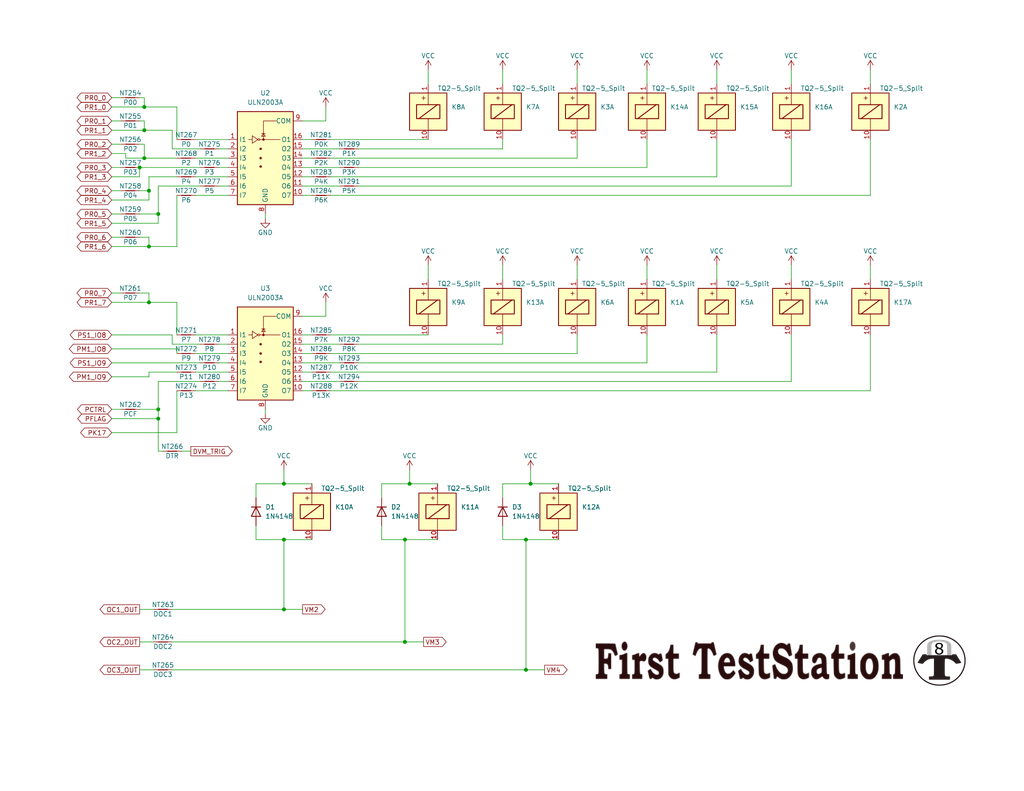
<source format=kicad_sch>
(kicad_sch (version 20230121) (generator eeschema)
  (paper "A")
  (title_block (title "FIRST TEST STATION SELFTEST BOARD 640-1010-020") (date "2023-10-01") (rev "2.0"))
  (lib_symbols
    (symbol "Library:1N4148" (pin_numbers hide) (pin_names hide)
      (property "Reference" "D" (at 0 2.54 0))
      (property "Value" "1N4148" (at 0 -2.54 0))
      (symbol "1N4148_0_1"
        (polyline (pts (xy -1.27 1.27) (xy -1.27 -1.27)) (stroke (width 0.254)))
        (polyline (pts (xy 1.27 0) (xy -1.27 0)))
        (polyline (pts (xy 1.27 1.27) (xy 1.27 -1.27) (xy -1.27 0) (xy 1.27 1.27)) (stroke (width 0.254)))
      )
      (symbol "1N4148_1_1"
        (pin passive line (at -3.81 0 0) (length 2.54) (name "K") (number "1"))
        (pin passive line (at 3.81 0 180) (length 2.54) (name "A") (number "2"))
      )
    )
    (symbol "Library:NetTie_2" (pin_numbers hide) (pin_names (offset 0) hide) (in_bom no)
      (property "Reference" "NT" (at 0 1.27 0))
      (property "Value" "NetTie_2" (at 0 -1.27 0))
      (symbol "NetTie_2_0_1"
        (polyline (pts (xy -1.27 0) (xy 1.27 0)) (stroke (width 0.254)))
      )
      (symbol "NetTie_2_1_1"
        (pin passive line (at -2.54 0 0) (length 2.54) (name "1") (number "1"))
        (pin passive line (at 2.54 0 180) (length 2.54) (name "2") (number "2"))
      )
    )
    (symbol "Library:TQ2-5_Split"
      (property "Reference" "K" (at 6.35 1.27 0))
      (property "Value" "TQ2-5_Split" (at 6.35 -1.27 0))
      (symbol "TQ2-5_Split_0_0"
        (text "+" (at -1.27 3.81 0) (effects (font (size 1.27 1.27))))
      )
      (symbol "TQ2-5_Split_1_1"
        (rectangle (start -5.08 5.08) (end 5.08 -5.08) (stroke (width 0.254)) (fill (type background)))
        (rectangle (start -3.175 1.905) (end 3.175 -1.905) (stroke (width 0.254)))
        (polyline (pts (xy -2.54 -1.905) (xy 2.54 1.905)) (stroke (width 0.254)))
        (polyline (pts (xy 0 -5.08) (xy 0 -1.905)))
        (polyline (pts (xy 0 5.08) (xy 0 1.905)))
        (pin passive line (at 0 7.62 270) (length 2.54) (name "~") (number "1"))
        (pin passive line (at 0 -7.62 90) (length 2.54) (name "~") (number "10"))
      )
      (symbol "TQ2-5_Split_2_1"
        (polyline (pts (xy 0 -2.54) (xy -1.905 3.81)) (stroke (width 0.508)))
        (polyline (pts (xy 0 -2.54) (xy 0 -5.08)))
        (polyline (pts (xy -2.54 5.08) (xy -2.54 2.54) (xy -1.905 3.175) (xy -2.54 3.81)) (fill (type outline)))
        (polyline (pts (xy 2.54 5.08) (xy 2.54 2.54) (xy 1.905 3.175) (xy 2.54 3.81)))
        (pin passive line (at -2.54 7.62 270) (length 2.54) (name "~") (number "2"))
        (pin passive line (at 0 -7.62 90) (length 2.54) (name "~") (number "3"))
        (pin passive line (at 2.54 7.62 270) (length 2.54) (name "~") (number "4"))
      )
      (symbol "TQ2-5_Split_3_1"
        (polyline (pts (xy 0 -2.54) (xy -1.905 3.81)) (stroke (width 0.508)))
        (polyline (pts (xy 0 -2.54) (xy 0 -5.08)))
        (polyline (pts (xy -2.54 5.08) (xy -2.54 2.54) (xy -1.905 3.175) (xy -2.54 3.81)) (fill (type outline)))
        (polyline (pts (xy 2.54 5.08) (xy 2.54 2.54) (xy 1.905 3.175) (xy 2.54 3.81)))
        (pin passive line (at 2.54 7.62 270) (length 2.54) (name "~") (number "7"))
        (pin passive line (at 0 -7.62 90) (length 2.54) (name "~") (number "8"))
        (pin passive line (at -2.54 7.62 270) (length 2.54) (name "~") (number "9"))
      )
    )
    (symbol "Library:ULN2003A"
      (property "Reference" "U" (at 0 15.875 0))
      (property "Value" "ULN2003A" (at 0 13.97 0))
      (symbol "ULN2003A_0_1"
        (rectangle (start -7.62 -12.7) (end 7.62 12.7) (stroke (width 0.254)) (fill (type background)))
        (circle (center -1.778 5.08) (radius 0.254))
        (circle (center -1.27 -2.286) (radius 0.254) (fill (type outline)))
        (circle (center -1.27 0) (radius 0.254) (fill (type outline)))
        (circle (center -1.27 2.54) (radius 0.254) (fill (type outline)))
        (circle (center -0.508 5.08) (radius 0.254) (fill (type outline)))
        (polyline (pts (xy -4.572 5.08) (xy -3.556 5.08)))
        (polyline (pts (xy -1.524 5.08) (xy 4.064 5.08)))
        (polyline (pts (xy 0 6.731) (xy -1.016 6.731)))
        (polyline (pts (xy -0.508 5.08) (xy -0.508 10.16) (xy 2.921 10.16)))
        (polyline (pts (xy -3.556 6.096) (xy -3.556 4.064) (xy -2.032 5.08) (xy -3.556 6.096)))
        (polyline (pts (xy 0 5.969) (xy -1.016 5.969) (xy -0.508 6.731) (xy 0 5.969)))
      )
      (symbol "ULN2003A_1_1"
        (pin input line (at -10.16 5.08 0) (length 2.54) (name "I1") (number "1"))
        (pin open_collector line (at 10.16 -10.16 180) (length 2.54) (name "O7") (number "10"))
        (pin open_collector line (at 10.16 -7.62 180) (length 2.54) (name "O6") (number "11"))
        (pin open_collector line (at 10.16 -5.08 180) (length 2.54) (name "O5") (number "12"))
        (pin open_collector line (at 10.16 -2.54 180) (length 2.54) (name "O4") (number "13"))
        (pin open_collector line (at 10.16 0 180) (length 2.54) (name "O3") (number "14"))
        (pin open_collector line (at 10.16 2.54 180) (length 2.54) (name "O2") (number "15"))
        (pin open_collector line (at 10.16 5.08 180) (length 2.54) (name "O1") (number "16"))
        (pin input line (at -10.16 2.54 0) (length 2.54) (name "I2") (number "2"))
        (pin input line (at -10.16 0 0) (length 2.54) (name "I3") (number "3"))
        (pin input line (at -10.16 -2.54 0) (length 2.54) (name "I4") (number "4"))
        (pin input line (at -10.16 -5.08 0) (length 2.54) (name "I5") (number "5"))
        (pin input line (at -10.16 -7.62 0) (length 2.54) (name "I6") (number "6"))
        (pin input line (at -10.16 -10.16 0) (length 2.54) (name "I7") (number "7"))
        (pin power_in line (at 0 -15.24 90) (length 2.54) (name "GND") (number "8"))
        (pin passive line (at 10.16 10.16 180) (length 2.54) (name "COM") (number "9"))
      )
    )
    (symbol "power:GND" (power) (pin_names (offset 0))
      (property "Value" "GND" (at 0 -3.81 0))
      (symbol "GND_0_1"
        (polyline (pts (xy 0 0) (xy 0 -1.27) (xy 1.27 -1.27) (xy 0 -2.54) (xy -1.27 -1.27) (xy 0 -1.27)))
      )
      (symbol "GND_1_1"
        (pin power_in line (at 0 0 270) (length 0) hide (name "GND") (number "1"))
      )
    )
    (symbol "power:VCC" (power) (pin_names (offset 0))
      (property "Value" "VCC" (at 0 3.81 0))
      (symbol "VCC_0_1"
        (polyline (pts (xy -0.762 1.27) (xy 0 2.54)))
        (polyline (pts (xy 0 0) (xy 0 2.54)))
        (polyline (pts (xy 0 2.54) (xy 0.762 1.27)))
      )
      (symbol "VCC_1_1"
        (pin power_in line (at 0 0 90) (length 0) hide (name "VCC") (number "1"))
      )
    )
  )
  (junction (at 110.49 147.32))
  (junction (at 77.47 132.08))
  (junction (at 110.49 175.26))
  (junction (at 40.64 52.07))
  (junction (at 143.51 182.88))
  (junction (at 144.78 132.08))
  (junction (at 77.47 147.32))
  (junction (at 38.1 45.72))
  (junction (at 43.18 114.3))
  (junction (at 40.64 67.31))
  (junction (at 39.37 43.18))
  (junction (at 111.76 132.08))
  (junction (at 43.18 58.42))
  (junction (at 143.51 147.32))
  (junction (at 40.64 82.55))
  (junction (at 39.37 29.21))
  (junction (at 77.47 166.37))
  (junction (at 39.37 35.56))
  (junction (at 43.18 111.76))
  (wire (pts (xy 30.48 91.44) (xy 46.99 91.44)))
  (wire (pts (xy 48.26 53.34) (xy 48.26 67.31)))
  (wire (pts (xy 104.14 132.08) (xy 111.76 132.08)))
  (wire (pts (xy 237.49 106.68) (xy 90.17 106.68)))
  (wire (pts (xy 157.48 38.1) (xy 157.48 43.18)))
  (wire (pts (xy 46.99 35.56) (xy 46.99 40.64)))
  (wire (pts (xy 82.55 96.52) (xy 85.09 96.52)))
  (wire (pts (xy 157.48 91.44) (xy 157.48 96.52)))
  (wire (pts (xy 195.58 101.6) (xy 90.17 101.6)))
  (wire (pts (xy 69.85 135.89) (xy 69.85 132.08)))
  (wire (pts (xy 119.38 147.32) (xy 110.49 147.32)))
  (wire (pts (xy 38.1 80.01) (xy 40.64 80.01)))
  (wire (pts (xy 41.91 175.26) (xy 38.1 175.26)))
  (wire (pts (xy 137.16 22.86) (xy 137.16 19.05)))
  (wire (pts (xy 111.76 132.08) (xy 111.76 128.27)))
  (wire (pts (xy 39.37 29.21) (xy 48.26 29.21)))
  (wire (pts (xy 88.9 33.02) (xy 88.9 29.21)))
  (wire (pts (xy 30.48 60.96) (xy 43.18 60.96)))
  (wire (pts (xy 143.51 147.32) (xy 137.16 147.32)))
  (wire (pts (xy 69.85 147.32) (xy 69.85 143.51)))
  (wire (pts (xy 59.69 99.06) (xy 62.23 99.06)))
  (wire (pts (xy 40.64 102.87) (xy 40.64 101.6)))
  (wire (pts (xy 40.64 54.61) (xy 40.64 52.07)))
  (wire (pts (xy 30.48 26.67) (xy 33.02 26.67)))
  (wire (pts (xy 215.9 22.86) (xy 215.9 19.05)))
  (wire (pts (xy 30.48 114.3) (xy 43.18 114.3)))
  (wire (pts (xy 237.49 22.86) (xy 237.49 19.05)))
  (wire (pts (xy 30.48 35.56) (xy 39.37 35.56)))
  (wire (pts (xy 116.84 22.86) (xy 116.84 19.05)))
  (wire (pts (xy 40.64 48.26) (xy 48.26 48.26)))
  (wire (pts (xy 144.78 132.08) (xy 144.78 128.27)))
  (wire (pts (xy 176.53 45.72) (xy 97.79 45.72)))
  (wire (pts (xy 195.58 38.1) (xy 195.58 48.26)))
  (wire (pts (xy 176.53 99.06) (xy 97.79 99.06)))
  (wire (pts (xy 137.16 40.64) (xy 137.16 38.1)))
  (wire (pts (xy 30.48 118.11) (xy 48.26 118.11)))
  (wire (pts (xy 53.34 96.52) (xy 62.23 96.52)))
  (wire (pts (xy 152.4 147.32) (xy 143.51 147.32)))
  (wire (pts (xy 195.58 48.26) (xy 90.17 48.26)))
  (wire (pts (xy 39.37 39.37) (xy 39.37 43.18)))
  (wire (pts (xy 46.99 182.88) (xy 143.51 182.88)))
  (wire (pts (xy 53.34 106.68) (xy 62.23 106.68)))
  (wire (pts (xy 30.48 80.01) (xy 33.02 80.01)))
  (wire (pts (xy 97.79 40.64) (xy 137.16 40.64)))
  (wire (pts (xy 34.29 41.91) (xy 34.29 43.18)))
  (wire (pts (xy 104.14 135.89) (xy 104.14 132.08)))
  (wire (pts (xy 39.37 33.02) (xy 39.37 35.56)))
  (wire (pts (xy 82.55 45.72) (xy 92.71 45.72)))
  (wire (pts (xy 38.1 39.37) (xy 39.37 39.37)))
  (wire (pts (xy 82.55 48.26) (xy 85.09 48.26)))
  (wire (pts (xy 49.53 123.19) (xy 52.07 123.19)))
  (wire (pts (xy 110.49 175.26) (xy 115.57 175.26)))
  (wire (pts (xy 30.48 41.91) (xy 34.29 41.91)))
  (wire (pts (xy 237.49 53.34) (xy 90.17 53.34)))
  (wire (pts (xy 53.34 101.6) (xy 62.23 101.6)))
  (wire (pts (xy 54.61 45.72) (xy 38.1 45.72)))
  (wire (pts (xy 157.48 43.18) (xy 90.17 43.18)))
  (wire (pts (xy 59.69 93.98) (xy 62.23 93.98)))
  (wire (pts (xy 30.48 82.55) (xy 40.64 82.55)))
  (wire (pts (xy 43.18 104.14) (xy 54.61 104.14)))
  (wire (pts (xy 137.16 76.2) (xy 137.16 72.39)))
  (wire (pts (xy 77.47 132.08) (xy 77.47 128.27)))
  (wire (pts (xy 43.18 111.76) (xy 43.18 104.14)))
  (wire (pts (xy 157.48 22.86) (xy 157.48 19.05)))
  (wire (pts (xy 90.17 91.44) (xy 116.84 91.44)))
  (wire (pts (xy 48.26 29.21) (xy 48.26 38.1)))
  (wire (pts (xy 40.64 67.31) (xy 48.26 67.31)))
  (wire (pts (xy 137.16 147.32) (xy 137.16 143.51)))
  (wire (pts (xy 195.58 91.44) (xy 195.58 101.6)))
  (wire (pts (xy 77.47 166.37) (xy 77.47 147.32)))
  (wire (pts (xy 41.91 182.88) (xy 38.1 182.88)))
  (wire (pts (xy 90.17 38.1) (xy 116.84 38.1)))
  (wire (pts (xy 82.55 53.34) (xy 85.09 53.34)))
  (wire (pts (xy 30.48 45.72) (xy 33.02 45.72)))
  (wire (pts (xy 97.79 93.98) (xy 137.16 93.98)))
  (wire (pts (xy 40.64 82.55) (xy 48.26 82.55)))
  (wire (pts (xy 46.99 40.64) (xy 54.61 40.64)))
  (wire (pts (xy 59.69 104.14) (xy 62.23 104.14)))
  (wire (pts (xy 237.49 76.2) (xy 237.49 72.39)))
  (wire (pts (xy 237.49 91.44) (xy 237.49 106.68)))
  (wire (pts (xy 48.26 82.55) (xy 48.26 91.44)))
  (wire (pts (xy 30.48 99.06) (xy 54.61 99.06)))
  (wire (pts (xy 38.1 26.67) (xy 39.37 26.67)))
  (wire (pts (xy 48.26 118.11) (xy 48.26 106.68)))
  (wire (pts (xy 137.16 135.89) (xy 137.16 132.08)))
  (wire (pts (xy 59.69 45.72) (xy 62.23 45.72)))
  (wire (pts (xy 82.55 33.02) (xy 88.9 33.02)))
  (wire (pts (xy 30.48 95.25) (xy 48.26 95.25)))
  (wire (pts (xy 43.18 114.3) (xy 43.18 111.76)))
  (wire (pts (xy 82.55 106.68) (xy 85.09 106.68)))
  (wire (pts (xy 82.55 86.36) (xy 88.9 86.36)))
  (wire (pts (xy 40.64 80.01) (xy 40.64 82.55)))
  (wire (pts (xy 30.48 39.37) (xy 33.02 39.37)))
  (wire (pts (xy 39.37 26.67) (xy 39.37 29.21)))
  (wire (pts (xy 82.55 40.64) (xy 92.71 40.64)))
  (wire (pts (xy 143.51 182.88) (xy 143.51 147.32)))
  (wire (pts (xy 215.9 38.1) (xy 215.9 50.8)))
  (wire (pts (xy 104.14 147.32) (xy 104.14 143.51)))
  (wire (pts (xy 43.18 58.42) (xy 43.18 60.96)))
  (wire (pts (xy 43.18 114.3) (xy 43.18 123.19)))
  (wire (pts (xy 30.48 58.42) (xy 33.02 58.42)))
  (wire (pts (xy 38.1 33.02) (xy 39.37 33.02)))
  (wire (pts (xy 88.9 86.36) (xy 88.9 82.55)))
  (wire (pts (xy 237.49 38.1) (xy 237.49 53.34)))
  (wire (pts (xy 157.48 96.52) (xy 90.17 96.52)))
  (wire (pts (xy 59.69 40.64) (xy 62.23 40.64)))
  (wire (pts (xy 195.58 22.86) (xy 195.58 19.05)))
  (wire (pts (xy 30.48 48.26) (xy 38.1 48.26)))
  (wire (pts (xy 82.55 93.98) (xy 92.71 93.98)))
  (wire (pts (xy 30.48 54.61) (xy 40.64 54.61)))
  (wire (pts (xy 82.55 50.8) (xy 92.71 50.8)))
  (wire (pts (xy 110.49 175.26) (xy 110.49 147.32)))
  (wire (pts (xy 176.53 91.44) (xy 176.53 99.06)))
  (wire (pts (xy 46.99 93.98) (xy 54.61 93.98)))
  (wire (pts (xy 38.1 64.77) (xy 40.64 64.77)))
  (wire (pts (xy 53.34 91.44) (xy 62.23 91.44)))
  (wire (pts (xy 82.55 43.18) (xy 85.09 43.18)))
  (wire (pts (xy 30.48 102.87) (xy 40.64 102.87)))
  (wire (pts (xy 53.34 43.18) (xy 62.23 43.18)))
  (wire (pts (xy 176.53 22.86) (xy 176.53 19.05)))
  (wire (pts (xy 111.76 132.08) (xy 119.38 132.08)))
  (wire (pts (xy 53.34 48.26) (xy 62.23 48.26)))
  (wire (pts (xy 40.64 52.07) (xy 40.64 48.26)))
  (wire (pts (xy 157.48 76.2) (xy 157.48 72.39)))
  (wire (pts (xy 144.78 132.08) (xy 152.4 132.08)))
  (wire (pts (xy 43.18 50.8) (xy 43.18 58.42)))
  (wire (pts (xy 82.55 91.44) (xy 85.09 91.44)))
  (wire (pts (xy 110.49 147.32) (xy 104.14 147.32)))
  (wire (pts (xy 82.55 38.1) (xy 85.09 38.1)))
  (wire (pts (xy 53.34 38.1) (xy 62.23 38.1)))
  (wire (pts (xy 38.1 58.42) (xy 43.18 58.42)))
  (wire (pts (xy 30.48 52.07) (xy 33.02 52.07)))
  (wire (pts (xy 82.55 104.14) (xy 92.71 104.14)))
  (wire (pts (xy 30.48 67.31) (xy 40.64 67.31)))
  (wire (pts (xy 46.99 175.26) (xy 110.49 175.26)))
  (wire (pts (xy 97.79 104.14) (xy 215.9 104.14)))
  (wire (pts (xy 77.47 166.37) (xy 82.55 166.37)))
  (wire (pts (xy 176.53 76.2) (xy 176.53 72.39)))
  (wire (pts (xy 215.9 76.2) (xy 215.9 72.39)))
  (wire (pts (xy 82.55 101.6) (xy 85.09 101.6)))
  (wire (pts (xy 77.47 147.32) (xy 69.85 147.32)))
  (wire (pts (xy 53.34 53.34) (xy 62.23 53.34)))
  (wire (pts (xy 46.99 166.37) (xy 77.47 166.37)))
  (wire (pts (xy 97.79 50.8) (xy 215.9 50.8)))
  (wire (pts (xy 77.47 132.08) (xy 85.09 132.08)))
  (wire (pts (xy 30.48 111.76) (xy 33.02 111.76)))
  (wire (pts (xy 34.29 43.18) (xy 39.37 43.18)))
  (wire (pts (xy 30.48 29.21) (xy 39.37 29.21)))
  (wire (pts (xy 38.1 111.76) (xy 43.18 111.76)))
  (wire (pts (xy 30.48 33.02) (xy 33.02 33.02)))
  (wire (pts (xy 85.09 147.32) (xy 77.47 147.32)))
  (wire (pts (xy 215.9 91.44) (xy 215.9 104.14)))
  (wire (pts (xy 48.26 95.25) (xy 48.26 96.52)))
  (wire (pts (xy 137.16 93.98) (xy 137.16 91.44)))
  (wire (pts (xy 39.37 43.18) (xy 48.26 43.18)))
  (wire (pts (xy 40.64 64.77) (xy 40.64 67.31)))
  (wire (pts (xy 46.99 91.44) (xy 46.99 93.98)))
  (wire (pts (xy 137.16 132.08) (xy 144.78 132.08)))
  (wire (pts (xy 69.85 132.08) (xy 77.47 132.08)))
  (wire (pts (xy 38.1 52.07) (xy 40.64 52.07)))
  (wire (pts (xy 43.18 50.8) (xy 54.61 50.8)))
  (wire (pts (xy 176.53 38.1) (xy 176.53 45.72)))
  (wire (pts (xy 40.64 101.6) (xy 48.26 101.6)))
  (wire (pts (xy 72.39 111.76) (xy 72.39 113.03)))
  (wire (pts (xy 38.1 45.72) (xy 38.1 48.26)))
  (wire (pts (xy 116.84 76.2) (xy 116.84 72.39)))
  (wire (pts (xy 39.37 35.56) (xy 46.99 35.56)))
  (wire (pts (xy 143.51 182.88) (xy 148.59 182.88)))
  (wire (pts (xy 195.58 76.2) (xy 195.58 72.39)))
  (wire (pts (xy 30.48 64.77) (xy 33.02 64.77)))
  (wire (pts (xy 59.69 50.8) (xy 62.23 50.8)))
  (wire (pts (xy 82.55 99.06) (xy 92.71 99.06)))
  (wire (pts (xy 41.91 166.37) (xy 38.1 166.37)))
  (wire (pts (xy 43.18 123.19) (xy 44.45 123.19)))
  (wire (pts (xy 72.39 58.42) (xy 72.39 59.69)))
  (image (at 204.47 180.34) (scale 2.13772))
  (image (at 256.54 180.34))
  (global_label "PR1_1" (shape bidirectional) (at 30.48 35.56 180) (property "Intersheetrefs" "${INTERSHEET_REFS}" (effects hide)))
  (global_label "PK17" (shape bidirectional) (at 30.48 118.11 180) (property "Intersheetrefs" "${INTERSHEET_REFS}" (effects hide)))
  (global_label "PR0_2" (shape bidirectional) (at 30.48 39.37 180) (property "Intersheetrefs" "${INTERSHEET_REFS}" (effects hide)))
  (global_label "PR1_0" (shape bidirectional) (at 30.48 29.21 180) (property "Intersheetrefs" "${INTERSHEET_REFS}" (effects hide)))
  (global_label "VM3" (shape output) (at 115.57 175.26 0) (property "Intersheetrefs" "${INTERSHEET_REFS}" (effects hide)))
  (global_label "PR0_5" (shape bidirectional) (at 30.48 58.42 180) (property "Intersheetrefs" "${INTERSHEET_REFS}" (effects hide)))
  (global_label "PR0_1" (shape bidirectional) (at 30.48 33.02 180) (property "Intersheetrefs" "${INTERSHEET_REFS}" (effects hide)))
  (global_label "PR1_6" (shape bidirectional) (at 30.48 67.31 180) (property "Intersheetrefs" "${INTERSHEET_REFS}" (effects hide)))
  (global_label "PS1_IO9" (shape bidirectional) (at 30.48 99.06 180) (property "Intersheetrefs" "${INTERSHEET_REFS}" (effects hide)))
  (global_label "PFLAG" (shape bidirectional) (at 30.48 114.3 180) (property "Intersheetrefs" "${INTERSHEET_REFS}" (effects hide)))
  (global_label "PM1_IO8" (shape bidirectional) (at 30.48 95.25 180) (property "Intersheetrefs" "${INTERSHEET_REFS}" (effects hide)))
  (global_label "PS1_IO8" (shape bidirectional) (at 30.48 91.44 180) (property "Intersheetrefs" "${INTERSHEET_REFS}" (effects hide)))
  (global_label "OC2_OUT" (shape output) (at 38.1 175.26 180) (property "Intersheetrefs" "${INTERSHEET_REFS}" (effects hide)))
  (global_label "PR0_0" (shape bidirectional) (at 30.48 26.67 180) (property "Intersheetrefs" "${INTERSHEET_REFS}" (effects hide)))
  (global_label "PR1_5" (shape bidirectional) (at 30.48 60.96 180) (property "Intersheetrefs" "${INTERSHEET_REFS}" (effects hide)))
  (global_label "PR0_4" (shape bidirectional) (at 30.48 52.07 180) (property "Intersheetrefs" "${INTERSHEET_REFS}" (effects hide)))
  (global_label "PR0_6" (shape bidirectional) (at 30.48 64.77 180) (property "Intersheetrefs" "${INTERSHEET_REFS}" (effects hide)))
  (global_label "OC3_OUT" (shape output) (at 38.1 182.88 180) (property "Intersheetrefs" "${INTERSHEET_REFS}" (effects hide)))
  (global_label "PR1_2" (shape bidirectional) (at 30.48 41.91 180) (property "Intersheetrefs" "${INTERSHEET_REFS}" (effects hide)))
  (global_label "DVM_TRIG" (shape output) (at 52.07 123.19 0) (property "Intersheetrefs" "${INTERSHEET_REFS}" (effects hide)))
  (global_label "PR1_7" (shape bidirectional) (at 30.48 82.55 180) (property "Intersheetrefs" "${INTERSHEET_REFS}" (effects hide)))
  (global_label "VM4" (shape output) (at 148.59 182.88 0) (property "Intersheetrefs" "${INTERSHEET_REFS}" (effects hide)))
  (global_label "OC1_OUT" (shape output) (at 38.1 166.37 180) (property "Intersheetrefs" "${INTERSHEET_REFS}" (effects hide)))
  (global_label "VM2" (shape output) (at 82.55 166.37 0) (property "Intersheetrefs" "${INTERSHEET_REFS}" (effects hide)))
  (global_label "PR0_7" (shape bidirectional) (at 30.48 80.01 180) (property "Intersheetrefs" "${INTERSHEET_REFS}" (effects hide)))
  (global_label "PCTRL" (shape bidirectional) (at 30.48 111.76 180) (property "Intersheetrefs" "${INTERSHEET_REFS}" (effects hide)))
  (global_label "PR1_3" (shape bidirectional) (at 30.48 48.26 180) (property "Intersheetrefs" "${INTERSHEET_REFS}" (effects hide)))
  (global_label "PR0_3" (shape bidirectional) (at 30.48 45.72 180) (property "Intersheetrefs" "${INTERSHEET_REFS}" (effects hide)))
  (global_label "PR1_4" (shape bidirectional) (at 30.48 54.61 180) (property "Intersheetrefs" "${INTERSHEET_REFS}" (effects hide)))
  (global_label "PM1_IO9" (shape bidirectional) (at 30.48 102.87 180) (property "Intersheetrefs" "${INTERSHEET_REFS}" (effects hide)))
  (symbol (lib_id "Library:NetTie_2") (at 35.56 52.07 0) (unit 1)
    (property "Reference" "NT258" (at 35.56 50.8 0))
    (property "Value" "P04" (at 35.56 53.34 0))
    (property "Footprint" "NetTie:NetTie-2_Front1.0mm" (effects hide))
  )
  (symbol (lib_id "power:VCC") (at 137.16 19.05 0) (unit 1)
    (property "Reference" "#PWR021" (effects hide))
    (property "Value" "VCC" (at 137.16 15.24 0))
  )
  (symbol (lib_id "Library:TQ2-5_Split") (at 157.48 30.48 0) (unit 1)
    (property "Reference" "K3" (at 163.83 29.2099 0) (effects (justify left)))
    (property "Value" "TQ2-5_Split" (at 158.75 24.13 0) (effects (justify left)))
    (property "Footprint" "Relay_THT:Relay_DPDT_FRT5" (effects hide))
  )
  (symbol (lib_id "power:VCC") (at 88.9 29.21 0) (unit 1)
    (property "Reference" "#PWR016" (effects hide))
    (property "Value" "VCC" (at 88.9 25.4 0))
  )
  (symbol (lib_id "Library:NetTie_2") (at 50.8 101.6 0) (unit 1)
    (property "Reference" "NT273" (at 50.8 100.33 0))
    (property "Value" "P11" (at 50.8 102.87 0))
    (property "Footprint" "NetTie:NetTie-2_Front1.0mm" (effects hide))
  )
  (symbol (lib_id "Library:ULN2003A") (at 72.39 96.52 0) (unit 1)
    (property "Reference" "U3" (at 72.39 78.74 0))
    (property "Value" "ULN2003A" (at 72.39 81.28 0))
    (property "Footprint" "Package_DIP:DIP-16_W7.62mm_LongPads" (effects hide))
    (property "Datasheet" "http://www.ti.com/lit/ds/symlink/uln2003a.pdf" (effects hide))
  )
  (symbol (lib_id "Library:NetTie_2") (at 87.63 48.26 0) (unit 1)
    (property "Reference" "NT283" (at 87.63 46.99 0))
    (property "Value" "P4K" (at 87.63 49.53 0))
    (property "Footprint" "NetTie:NetTie-2_Front1.0mm" (effects hide))
  )
  (symbol (lib_id "power:VCC") (at 137.16 72.39 0) (unit 1)
    (property "Reference" "#PWR022" (effects hide))
    (property "Value" "VCC" (at 137.16 68.58 0))
  )
  (symbol (lib_id "power:VCC") (at 237.49 72.39 0) (unit 1)
    (property "Reference" "#PWR033" (effects hide))
    (property "Value" "VCC" (at 237.49 68.58 0))
  )
  (symbol (lib_id "Library:NetTie_2") (at 95.25 50.8 0) (unit 1)
    (property "Reference" "NT291" (at 95.25 49.53 0))
    (property "Value" "P5K" (at 95.25 52.07 0))
    (property "Footprint" "NetTie:NetTie-2_Front1.0mm" (effects hide))
  )
  (symbol (lib_id "power:VCC") (at 195.58 72.39 0) (unit 1)
    (property "Reference" "#PWR029" (effects hide))
    (property "Value" "VCC" (at 195.58 68.58 0))
  )
  (symbol (lib_id "Library:1N4148") (at 104.14 139.7 270) (unit 1)
    (property "Reference" "D2" (at 106.68 138.4299 90) (effects (justify left)))
    (property "Value" "1N4148" (at 106.68 140.9699 90) (effects (justify left)))
    (property "Footprint" "Diode_THT:D_DO-35_SOD27_P7.62mm_Horizontal" (effects hide))
    (property "Datasheet" "https://assets.nexperia.com/documents/data-sheet/1N4148_1N4448.pdf" (effects hide))
    (property "Sim.Device" "D" (effects hide))
    (property "Sim.Pins" "1=K 2=A" (effects hide))
  )
  (symbol (lib_id "power:VCC") (at 157.48 19.05 0) (unit 1)
    (property "Reference" "#PWR024" (effects hide))
    (property "Value" "VCC" (at 157.48 15.24 0))
  )
  (symbol (lib_id "Library:NetTie_2") (at 57.15 40.64 0) (unit 1)
    (property "Reference" "NT275" (at 57.15 39.37 0))
    (property "Value" "P1" (at 57.15 41.91 0))
    (property "Footprint" "NetTie:NetTie-2_Front1.0mm" (effects hide))
  )
  (symbol (lib_id "Library:NetTie_2") (at 44.45 175.26 0) (mirror y) (unit 1)
    (property "Reference" "NT264" (at 44.45 173.99 0))
    (property "Value" "DOC2" (at 44.45 176.53 0))
    (property "Footprint" "NetTie:NetTie-2_Front1.0mm" (effects hide))
  )
  (symbol (lib_id "power:GND") (at 72.39 59.69 0) (unit 1)
    (property "Reference" "#PWR013" (effects hide))
    (property "Value" "GND" (at 72.39 63.5 0))
  )
  (symbol (lib_id "power:VCC") (at 116.84 72.39 0) (unit 1)
    (property "Reference" "#PWR020" (effects hide))
    (property "Value" "VCC" (at 116.84 68.58 0))
  )
  (symbol (lib_id "Library:NetTie_2") (at 57.15 93.98 0) (unit 1)
    (property "Reference" "NT278" (at 57.15 92.71 0))
    (property "Value" "P8" (at 57.15 95.25 0))
    (property "Footprint" "NetTie:NetTie-2_Front1.0mm" (effects hide))
  )
  (symbol (lib_id "Library:NetTie_2") (at 95.25 99.06 0) (unit 1)
    (property "Reference" "NT293" (at 95.25 97.79 0))
    (property "Value" "P10K" (at 95.25 100.33 0))
    (property "Footprint" "NetTie:NetTie-2_Front1.0mm" (effects hide))
  )
  (symbol (lib_id "Library:TQ2-5_Split") (at 176.53 30.48 0) (unit 1)
    (property "Reference" "K14" (at 182.88 29.2099 0) (effects (justify left)))
    (property "Value" "TQ2-5_Split" (at 177.8 24.13 0) (effects (justify left)))
    (property "Footprint" "Relay_THT:Relay_DPDT_FRT5" (effects hide))
  )
  (symbol (lib_id "Library:NetTie_2") (at 57.15 45.72 0) (unit 1)
    (property "Reference" "NT276" (at 57.15 44.45 0))
    (property "Value" "P3" (at 57.15 46.99 0))
    (property "Footprint" "NetTie:NetTie-2_Front1.0mm" (effects hide))
  )
  (symbol (lib_id "Library:NetTie_2") (at 50.8 48.26 0) (unit 1)
    (property "Reference" "NT269" (at 50.8 46.99 0))
    (property "Value" "P4" (at 50.8 49.53 0))
    (property "Footprint" "NetTie:NetTie-2_Front1.0mm" (effects hide))
  )
  (symbol (lib_id "Library:TQ2-5_Split") (at 237.49 30.48 0) (unit 1)
    (property "Reference" "K2" (at 243.84 29.2099 0) (effects (justify left)))
    (property "Value" "TQ2-5_Split" (at 240.03 24.13 0) (effects (justify left)))
    (property "Footprint" "Relay_THT:Relay_DPDT_FRT5" (effects hide))
  )
  (symbol (lib_id "Library:NetTie_2") (at 87.63 96.52 0) (unit 1)
    (property "Reference" "NT286" (at 87.63 95.25 0))
    (property "Value" "P9K" (at 87.63 97.79 0))
    (property "Footprint" "NetTie:NetTie-2_Front1.0mm" (effects hide))
  )
  (symbol (lib_id "power:VCC") (at 157.48 72.39 0) (unit 1)
    (property "Reference" "#PWR025" (effects hide))
    (property "Value" "VCC" (at 157.48 68.58 0))
  )
  (symbol (lib_id "Library:TQ2-5_Split") (at 176.53 83.82 0) (unit 1)
    (property "Reference" "K1" (at 182.88 82.5499 0) (effects (justify left)))
    (property "Value" "TQ2-5_Split" (at 177.8 77.47 0) (effects (justify left)))
    (property "Footprint" "Relay_THT:Relay_DPDT_FRT5" (effects hide))
  )
  (symbol (lib_id "power:VCC") (at 144.78 128.27 0) (unit 1)
    (property "Reference" "#PWR023" (effects hide))
    (property "Value" "VCC" (at 144.78 124.46 0))
  )
  (symbol (lib_id "Library:TQ2-5_Split") (at 215.9 83.82 0) (unit 1)
    (property "Reference" "K4" (at 222.25 82.5499 0) (effects (justify left)))
    (property "Value" "TQ2-5_Split" (at 218.44 77.47 0) (effects (justify left)))
    (property "Footprint" "Relay_THT:Relay_DPDT_FRT5" (effects hide))
  )
  (symbol (lib_id "power:VCC") (at 116.84 19.05 0) (unit 1)
    (property "Reference" "#PWR019" (effects hide))
    (property "Value" "VCC" (at 116.84 15.24 0))
  )
  (symbol (lib_id "Library:TQ2-5_Split") (at 137.16 30.48 0) (unit 1)
    (property "Reference" "K7" (at 143.51 29.2099 0) (effects (justify left)))
    (property "Value" "TQ2-5_Split" (at 139.7 24.13 0) (effects (justify left)))
    (property "Footprint" "Relay_THT:Relay_DPDT_FRT5" (effects hide))
  )
  (symbol (lib_id "power:VCC") (at 176.53 19.05 0) (unit 1)
    (property "Reference" "#PWR026" (effects hide))
    (property "Value" "VCC" (at 176.53 15.24 0))
  )
  (symbol (lib_id "Library:TQ2-5_Split") (at 195.58 83.82 0) (unit 1)
    (property "Reference" "K5" (at 201.93 82.5499 0) (effects (justify left)))
    (property "Value" "TQ2-5_Split" (at 198.12 77.47 0) (effects (justify left)))
    (property "Footprint" "Relay_THT:Relay_DPDT_FRT5" (effects hide))
  )
  (symbol (lib_id "Library:TQ2-5_Split") (at 119.38 139.7 0) (unit 1)
    (property "Reference" "K11" (at 125.73 138.4299 0) (effects (justify left)))
    (property "Value" "TQ2-5_Split" (at 121.92 133.35 0) (effects (justify left)))
    (property "Footprint" "Relay_THT:Relay_DPDT_FRT5" (effects hide))
  )
  (symbol (lib_id "Library:NetTie_2") (at 57.15 104.14 0) (unit 1)
    (property "Reference" "NT280" (at 57.15 102.87 0))
    (property "Value" "P12" (at 57.15 105.41 0))
    (property "Footprint" "NetTie:NetTie-2_Front1.0mm" (effects hide))
  )
  (symbol (lib_id "Library:NetTie_2") (at 57.15 50.8 0) (unit 1)
    (property "Reference" "NT277" (at 57.15 49.53 0))
    (property "Value" "P5" (at 57.15 52.07 0))
    (property "Footprint" "NetTie:NetTie-2_Front1.0mm" (effects hide))
  )
  (symbol (lib_id "Library:NetTie_2") (at 95.25 104.14 0) (unit 1)
    (property "Reference" "NT294" (at 95.25 102.87 0))
    (property "Value" "P12K" (at 95.25 105.41 0))
    (property "Footprint" "NetTie:NetTie-2_Front1.0mm" (effects hide))
  )
  (symbol (lib_id "Library:TQ2-5_Split") (at 237.49 83.82 0) (unit 1)
    (property "Reference" "K17" (at 243.84 82.5499 0) (effects (justify left)))
    (property "Value" "TQ2-5_Split" (at 240.03 77.47 0) (effects (justify left)))
    (property "Footprint" "Relay_THT:Relay_DPDT_FRT5" (effects hide))
  )
  (symbol (lib_id "Library:TQ2-5_Split") (at 116.84 30.48 0) (unit 1)
    (property "Reference" "K8" (at 123.19 29.2099 0) (effects (justify left)))
    (property "Value" "TQ2-5_Split" (at 119.38 24.13 0) (effects (justify left)))
    (property "Footprint" "Relay_THT:Relay_DPDT_FRT5" (effects hide))
  )
  (symbol (lib_id "Library:NetTie_2") (at 87.63 101.6 0) (unit 1)
    (property "Reference" "NT287" (at 87.63 100.33 0))
    (property "Value" "P11K" (at 87.63 102.87 0))
    (property "Footprint" "NetTie:NetTie-2_Front1.0mm" (effects hide))
  )
  (symbol (lib_id "Library:ULN2003A") (at 72.39 43.18 0) (unit 1)
    (property "Reference" "U2" (at 72.39 25.4 0))
    (property "Value" "ULN2003A" (at 72.39 27.94 0))
    (property "Footprint" "Package_DIP:DIP-16_W7.62mm_LongPads" (effects hide))
    (property "Datasheet" "http://www.ti.com/lit/ds/symlink/uln2003a.pdf" (effects hide))
  )
  (symbol (lib_id "Library:NetTie_2") (at 50.8 91.44 0) (unit 1)
    (property "Reference" "NT271" (at 50.8 90.17 0))
    (property "Value" "P7" (at 50.8 92.71 0))
    (property "Footprint" "NetTie:NetTie-2_Front1.0mm" (effects hide))
  )
  (symbol (lib_id "Library:NetTie_2") (at 95.25 40.64 0) (unit 1)
    (property "Reference" "NT289" (at 95.25 39.37 0))
    (property "Value" "P1K" (at 95.25 41.91 0))
    (property "Footprint" "NetTie:NetTie-2_Front1.0mm" (effects hide))
  )
  (symbol (lib_id "Library:TQ2-5_Split") (at 152.4 139.7 0) (unit 1)
    (property "Reference" "K12" (at 158.75 138.4299 0) (effects (justify left)))
    (property "Value" "TQ2-5_Split" (at 154.94 133.35 0) (effects (justify left)))
    (property "Footprint" "Relay_THT:Relay_DPDT_FRT5" (effects hide))
  )
  (symbol (lib_id "Library:NetTie_2") (at 46.99 123.19 0) (unit 1)
    (property "Reference" "NT266" (at 46.99 121.92 0))
    (property "Value" "DTR" (at 46.99 124.46 0))
    (property "Footprint" "NetTie:NetTie-2_Front1.0mm" (effects hide))
  )
  (symbol (lib_id "Library:NetTie_2") (at 35.56 111.76 0) (unit 1)
    (property "Reference" "NT262" (at 35.56 110.49 0))
    (property "Value" "PCF" (at 35.56 113.03 0))
    (property "Footprint" "NetTie:NetTie-2_Front1.0mm" (effects hide))
  )
  (symbol (lib_id "Library:NetTie_2") (at 35.56 80.01 0) (unit 1)
    (property "Reference" "NT261" (at 35.56 78.74 0))
    (property "Value" "P07" (at 35.56 81.28 0))
    (property "Footprint" "NetTie:NetTie-2_Front1.0mm" (effects hide))
  )
  (symbol (lib_id "power:VCC") (at 215.9 72.39 0) (unit 1)
    (property "Reference" "#PWR031" (effects hide))
    (property "Value" "VCC" (at 215.9 68.58 0))
  )
  (symbol (lib_id "Library:NetTie_2") (at 87.63 91.44 0) (unit 1)
    (property "Reference" "NT285" (at 87.63 90.17 0))
    (property "Value" "P7K" (at 87.63 92.71 0))
    (property "Footprint" "NetTie:NetTie-2_Front1.0mm" (effects hide))
  )
  (symbol (lib_id "Library:NetTie_2") (at 44.45 166.37 0) (mirror y) (unit 1)
    (property "Reference" "NT263" (at 44.45 165.1 0))
    (property "Value" "DOC1" (at 44.45 167.64 0))
    (property "Footprint" "NetTie:NetTie-2_Front1.0mm" (effects hide))
  )
  (symbol (lib_id "Library:NetTie_2") (at 95.25 45.72 0) (unit 1)
    (property "Reference" "NT290" (at 95.25 44.45 0))
    (property "Value" "P3K" (at 95.25 46.99 0))
    (property "Footprint" "NetTie:NetTie-2_Front1.0mm" (effects hide))
  )
  (symbol (lib_id "Library:TQ2-5_Split") (at 215.9 30.48 0) (unit 1)
    (property "Reference" "K16" (at 222.25 29.2099 0) (effects (justify left)))
    (property "Value" "TQ2-5_Split" (at 218.44 24.13 0) (effects (justify left)))
    (property "Footprint" "Relay_THT:Relay_DPDT_FRT5" (effects hide))
  )
  (symbol (lib_id "power:VCC") (at 111.76 128.27 0) (unit 1)
    (property "Reference" "#PWR018" (effects hide))
    (property "Value" "VCC" (at 111.76 124.46 0))
  )
  (symbol (lib_id "Library:TQ2-5_Split") (at 195.58 30.48 0) (unit 1)
    (property "Reference" "K15" (at 201.93 29.2099 0) (effects (justify left)))
    (property "Value" "TQ2-5_Split" (at 198.12 24.13 0) (effects (justify left)))
    (property "Footprint" "Relay_THT:Relay_DPDT_FRT5" (effects hide))
  )
  (symbol (lib_id "Library:NetTie_2") (at 50.8 43.18 0) (unit 1)
    (property "Reference" "NT268" (at 50.8 41.91 0))
    (property "Value" "P2" (at 50.8 44.45 0))
    (property "Footprint" "NetTie:NetTie-2_Front1.0mm" (effects hide))
  )
  (symbol (lib_id "power:GND") (at 72.39 113.03 0) (unit 1)
    (property "Reference" "#PWR014" (effects hide))
    (property "Value" "GND" (at 72.39 116.84 0))
  )
  (symbol (lib_id "Library:NetTie_2") (at 50.8 106.68 0) (unit 1)
    (property "Reference" "NT274" (at 50.8 105.41 0))
    (property "Value" "P13" (at 50.8 107.95 0))
    (property "Footprint" "NetTie:NetTie-2_Front1.0mm" (effects hide))
  )
  (symbol (lib_id "power:VCC") (at 215.9 19.05 0) (unit 1)
    (property "Reference" "#PWR030" (effects hide))
    (property "Value" "VCC" (at 215.9 15.24 0))
  )
  (symbol (lib_id "power:VCC") (at 77.47 128.27 0) (unit 1)
    (property "Reference" "#PWR015" (effects hide))
    (property "Value" "VCC" (at 77.47 124.46 0))
  )
  (symbol (lib_id "Library:NetTie_2") (at 44.45 182.88 0) (mirror y) (unit 1)
    (property "Reference" "NT265" (at 44.45 181.61 0))
    (property "Value" "DOC3" (at 44.45 184.15 0))
    (property "Footprint" "NetTie:NetTie-2_Front1.0mm" (effects hide))
  )
  (symbol (lib_id "Library:NetTie_2") (at 35.56 39.37 0) (unit 1)
    (property "Reference" "NT256" (at 35.56 38.1 0))
    (property "Value" "P02" (at 35.56 40.64 0))
    (property "Footprint" "NetTie:NetTie-2_Front1.0mm" (effects hide))
  )
  (symbol (lib_id "Library:1N4148") (at 69.85 139.7 270) (unit 1)
    (property "Reference" "D1" (at 72.39 138.4299 90) (effects (justify left)))
    (property "Value" "1N4148" (at 72.39 140.97 90) (effects (justify left)))
    (property "Footprint" "Diode_THT:D_DO-35_SOD27_P7.62mm_Horizontal" (effects hide))
    (property "Datasheet" "https://assets.nexperia.com/documents/data-sheet/1N4148_1N4448.pdf" (effects hide))
    (property "Sim.Device" "D" (effects hide))
    (property "Sim.Pins" "1=K 2=A" (effects hide))
  )
  (symbol (lib_id "Library:NetTie_2") (at 57.15 99.06 0) (unit 1)
    (property "Reference" "NT279" (at 57.15 97.79 0))
    (property "Value" "P10" (at 57.15 100.33 0))
    (property "Footprint" "NetTie:NetTie-2_Front1.0mm" (effects hide))
  )
  (symbol (lib_id "power:VCC") (at 195.58 19.05 0) (unit 1)
    (property "Reference" "#PWR028" (effects hide))
    (property "Value" "VCC" (at 195.58 15.24 0))
  )
  (symbol (lib_id "Library:NetTie_2") (at 50.8 53.34 0) (unit 1)
    (property "Reference" "NT270" (at 50.8 52.07 0))
    (property "Value" "P6" (at 50.8 54.61 0))
    (property "Footprint" "NetTie:NetTie-2_Front1.0mm" (effects hide))
  )
  (symbol (lib_id "Library:TQ2-5_Split") (at 85.09 139.7 0) (unit 1)
    (property "Reference" "K10" (at 91.44 138.4299 0) (effects (justify left)))
    (property "Value" "TQ2-5_Split" (at 87.63 133.35 0) (effects (justify left)))
    (property "Footprint" "Relay_THT:Relay_DPDT_FRT5" (effects hide))
  )
  (symbol (lib_id "Library:TQ2-5_Split") (at 137.16 83.82 0) (unit 1)
    (property "Reference" "K13" (at 143.51 82.5499 0) (effects (justify left)))
    (property "Value" "TQ2-5_Split" (at 139.7 77.47 0) (effects (justify left)))
    (property "Footprint" "Relay_THT:Relay_DPDT_FRT5" (effects hide))
  )
  (symbol (lib_id "Library:NetTie_2") (at 35.56 45.72 0) (unit 1)
    (property "Reference" "NT257" (at 35.56 44.45 0))
    (property "Value" "P03" (at 35.56 46.99 0))
    (property "Footprint" "NetTie:NetTie-2_Front1.0mm" (effects hide))
  )
  (symbol (lib_id "Library:TQ2-5_Split") (at 116.84 83.82 0) (unit 1)
    (property "Reference" "K9" (at 123.19 82.5499 0) (effects (justify left)))
    (property "Value" "TQ2-5_Split" (at 119.38 77.47 0) (effects (justify left)))
    (property "Footprint" "Relay_THT:Relay_DPDT_FRT5" (effects hide))
  )
  (symbol (lib_id "power:VCC") (at 88.9 82.55 0) (unit 1)
    (property "Reference" "#PWR017" (effects hide))
    (property "Value" "VCC" (at 88.9 78.74 0))
  )
  (symbol (lib_id "Library:NetTie_2") (at 35.56 33.02 0) (unit 1)
    (property "Reference" "NT255" (at 35.56 31.75 0))
    (property "Value" "P01" (at 35.56 34.29 0))
    (property "Footprint" "NetTie:NetTie-2_Front1.0mm" (effects hide))
  )
  (symbol (lib_id "Library:NetTie_2") (at 87.63 43.18 0) (unit 1)
    (property "Reference" "NT282" (at 87.63 41.91 0))
    (property "Value" "P2K" (at 87.63 44.45 0))
    (property "Footprint" "NetTie:NetTie-2_Front1.0mm" (effects hide))
  )
  (symbol (lib_id "Library:TQ2-5_Split") (at 157.48 83.82 0) (unit 1)
    (property "Reference" "K6" (at 163.83 82.5499 0) (effects (justify left)))
    (property "Value" "TQ2-5_Split" (at 158.75 77.47 0) (effects (justify left)))
    (property "Footprint" "Relay_THT:Relay_DPDT_FRT5" (effects hide))
  )
  (symbol (lib_id "Library:NetTie_2") (at 35.56 26.67 0) (unit 1)
    (property "Reference" "NT254" (at 35.56 25.4 0))
    (property "Value" "P00" (at 35.56 27.94 0))
    (property "Footprint" "NetTie:NetTie-2_Front1.0mm" (effects hide))
  )
  (symbol (lib_id "power:VCC") (at 176.53 72.39 0) (unit 1)
    (property "Reference" "#PWR027" (effects hide))
    (property "Value" "VCC" (at 176.53 68.58 0))
  )
  (symbol (lib_id "power:VCC") (at 237.49 19.05 0) (unit 1)
    (property "Reference" "#PWR032" (effects hide))
    (property "Value" "VCC" (at 237.49 15.24 0))
  )
  (symbol (lib_id "Library:NetTie_2") (at 35.56 58.42 0) (unit 1)
    (property "Reference" "NT259" (at 35.56 57.15 0))
    (property "Value" "P05" (at 35.56 59.69 0))
    (property "Footprint" "NetTie:NetTie-2_Front1.0mm" (effects hide))
  )
  (symbol (lib_id "Library:NetTie_2") (at 95.25 93.98 0) (unit 1)
    (property "Reference" "NT292" (at 95.25 92.71 0))
    (property "Value" "P8K" (at 95.25 95.25 0))
    (property "Footprint" "NetTie:NetTie-2_Front1.0mm" (effects hide))
  )
  (symbol (lib_id "Library:NetTie_2") (at 87.63 106.68 0) (unit 1)
    (property "Reference" "NT288" (at 87.63 105.41 0))
    (property "Value" "P13K" (at 87.63 107.95 0))
    (property "Footprint" "NetTie:NetTie-2_Front1.0mm" (effects hide))
  )
  (symbol (lib_id "Library:NetTie_2") (at 35.56 64.77 0) (unit 1)
    (property "Reference" "NT260" (at 35.56 63.5 0))
    (property "Value" "P06" (at 35.56 66.04 0))
    (property "Footprint" "NetTie:NetTie-2_Front1.0mm" (effects hide))
  )
  (symbol (lib_id "Library:NetTie_2") (at 87.63 38.1 0) (unit 1)
    (property "Reference" "NT281" (at 87.63 36.83 0))
    (property "Value" "P0K" (at 87.63 39.37 0))
    (property "Footprint" "NetTie:NetTie-2_Front1.0mm" (effects hide))
  )
  (symbol (lib_id "Library:NetTie_2") (at 50.8 96.52 0) (unit 1)
    (property "Reference" "NT272" (at 50.8 95.25 0))
    (property "Value" "P9" (at 50.8 97.79 0))
    (property "Footprint" "NetTie:NetTie-2_Front1.0mm" (effects hide))
  )
  (symbol (lib_id "Library:NetTie_2") (at 87.63 53.34 0) (unit 1)
    (property "Reference" "NT284" (at 87.63 52.07 0))
    (property "Value" "P6K" (at 87.63 54.61 0))
    (property "Footprint" "NetTie:NetTie-2_Front1.0mm" (effects hide))
  )
  (symbol (lib_id "Library:1N4148") (at 137.16 139.7 270) (unit 1)
    (property "Reference" "D3" (at 139.7 138.4299 90) (effects (justify left)))
    (property "Value" "1N4148" (at 139.7 140.9699 90) (effects (justify left)))
    (property "Footprint" "Diode_THT:D_DO-35_SOD27_P7.62mm_Horizontal" (effects hide))
    (property "Datasheet" "https://assets.nexperia.com/documents/data-sheet/1N4148_1N4448.pdf" (effects hide))
    (property "Sim.Device" "D" (effects hide))
    (property "Sim.Pins" "1=K 2=A" (effects hide))
  )
  (symbol (lib_id "Library:NetTie_2") (at 50.8 38.1 0) (unit 1)
    (property "Reference" "NT267" (at 50.8 36.83 0))
    (property "Value" "P0" (at 50.8 39.37 0))
    (property "Footprint" "NetTie:NetTie-2_Front1.0mm" (effects hide))
  )
)
</source>
